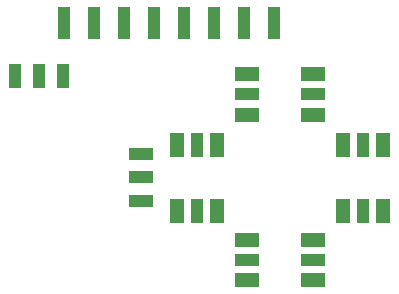
<source format=gtp>
G04 #@! TF.GenerationSoftware,KiCad,Pcbnew,(5.1.5-0-10_14)*
G04 #@! TF.CreationDate,2019-12-11T22:46:01+09:00*
G04 #@! TF.ProjectId,RPiWD_Controller,52506957-445f-4436-9f6e-74726f6c6c65,rev?*
G04 #@! TF.SameCoordinates,Original*
G04 #@! TF.FileFunction,Paste,Top*
G04 #@! TF.FilePolarity,Positive*
%FSLAX46Y46*%
G04 Gerber Fmt 4.6, Leading zero omitted, Abs format (unit mm)*
G04 Created by KiCad (PCBNEW (5.1.5-0-10_14)) date 2019-12-11 22:46:01*
%MOMM*%
%LPD*%
G04 APERTURE LIST*
%ADD10R,1.000000X2.800000*%
%ADD11R,2.000000X1.000000*%
%ADD12R,1.000000X2.000000*%
%ADD13R,1.200000X2.000000*%
%ADD14R,2.000000X1.200000*%
G04 APERTURE END LIST*
D10*
X146335000Y-55850000D03*
X143795000Y-55850000D03*
X141275000Y-55850000D03*
X138715000Y-55850000D03*
X136175000Y-55850000D03*
X133635000Y-55850000D03*
X131095000Y-55850000D03*
X148875000Y-55850000D03*
D11*
X137600000Y-66900000D03*
X137600000Y-68900000D03*
X137600000Y-70900000D03*
D12*
X127000000Y-60300000D03*
X129000000Y-60300000D03*
X131000000Y-60300000D03*
D13*
X158100000Y-71800000D03*
X154700000Y-71800000D03*
X158100000Y-66200000D03*
X154700000Y-66200000D03*
D12*
X156400000Y-66200000D03*
X156400000Y-71800000D03*
D14*
X146600000Y-77600000D03*
X146600000Y-74200000D03*
X152200000Y-77600000D03*
X152200000Y-74200000D03*
D11*
X152200000Y-75900000D03*
X146600000Y-75900000D03*
D13*
X140700000Y-66200000D03*
X144100000Y-66200000D03*
X140700000Y-71800000D03*
X144100000Y-71800000D03*
D12*
X142400000Y-71800000D03*
X142400000Y-66200000D03*
D14*
X152200000Y-60200000D03*
X152200000Y-63600000D03*
X146600000Y-60200000D03*
X146600000Y-63600000D03*
D11*
X146600000Y-61900000D03*
X152200000Y-61900000D03*
M02*

</source>
